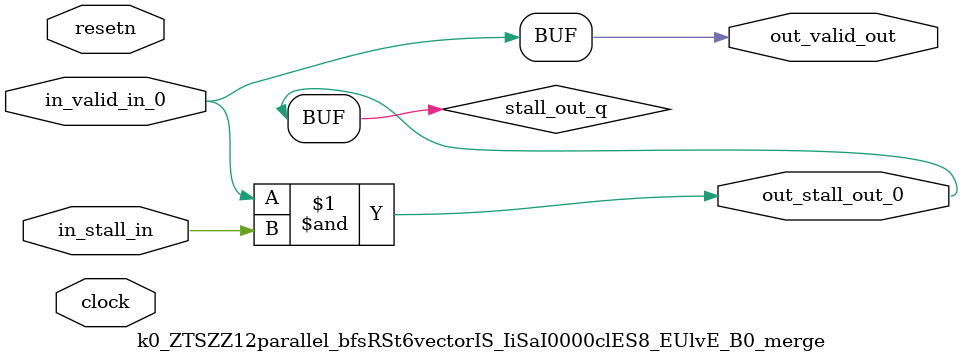
<source format=sv>



(* altera_attribute = "-name AUTO_SHIFT_REGISTER_RECOGNITION OFF; -name MESSAGE_DISABLE 10036; -name MESSAGE_DISABLE 10037; -name MESSAGE_DISABLE 14130; -name MESSAGE_DISABLE 14320; -name MESSAGE_DISABLE 15400; -name MESSAGE_DISABLE 14130; -name MESSAGE_DISABLE 10036; -name MESSAGE_DISABLE 12020; -name MESSAGE_DISABLE 12030; -name MESSAGE_DISABLE 12010; -name MESSAGE_DISABLE 12110; -name MESSAGE_DISABLE 14320; -name MESSAGE_DISABLE 13410; -name MESSAGE_DISABLE 113007; -name MESSAGE_DISABLE 10958" *)
module k0_ZTSZZ12parallel_bfsRSt6vectorIS_IiSaI0000clES8_EUlvE_B0_merge (
    input wire [0:0] in_stall_in,
    input wire [0:0] in_valid_in_0,
    output wire [0:0] out_stall_out_0,
    output wire [0:0] out_valid_out,
    input wire clock,
    input wire resetn
    );

    wire [0:0] stall_out_q;
    reg [0:0] rst_sync_rst_sclrn;


    // stall_out(LOGICAL,6)
    assign stall_out_q = in_valid_in_0 & in_stall_in;

    // out_stall_out_0(GPOUT,4)
    assign out_stall_out_0 = stall_out_q;

    // out_valid_out(GPOUT,5)
    assign out_valid_out = in_valid_in_0;

    // rst_sync(RESETSYNC,7)
    acl_reset_handler #(
        .ASYNC_RESET(0),
        .USE_SYNCHRONIZER(1),
        .PULSE_EXTENSION(0),
        .PIPE_DEPTH(3),
        .DUPLICATE(1)
    ) therst_sync (
        .clk(clock),
        .i_resetn(resetn),
        .o_sclrn(rst_sync_rst_sclrn)
    );

endmodule

</source>
